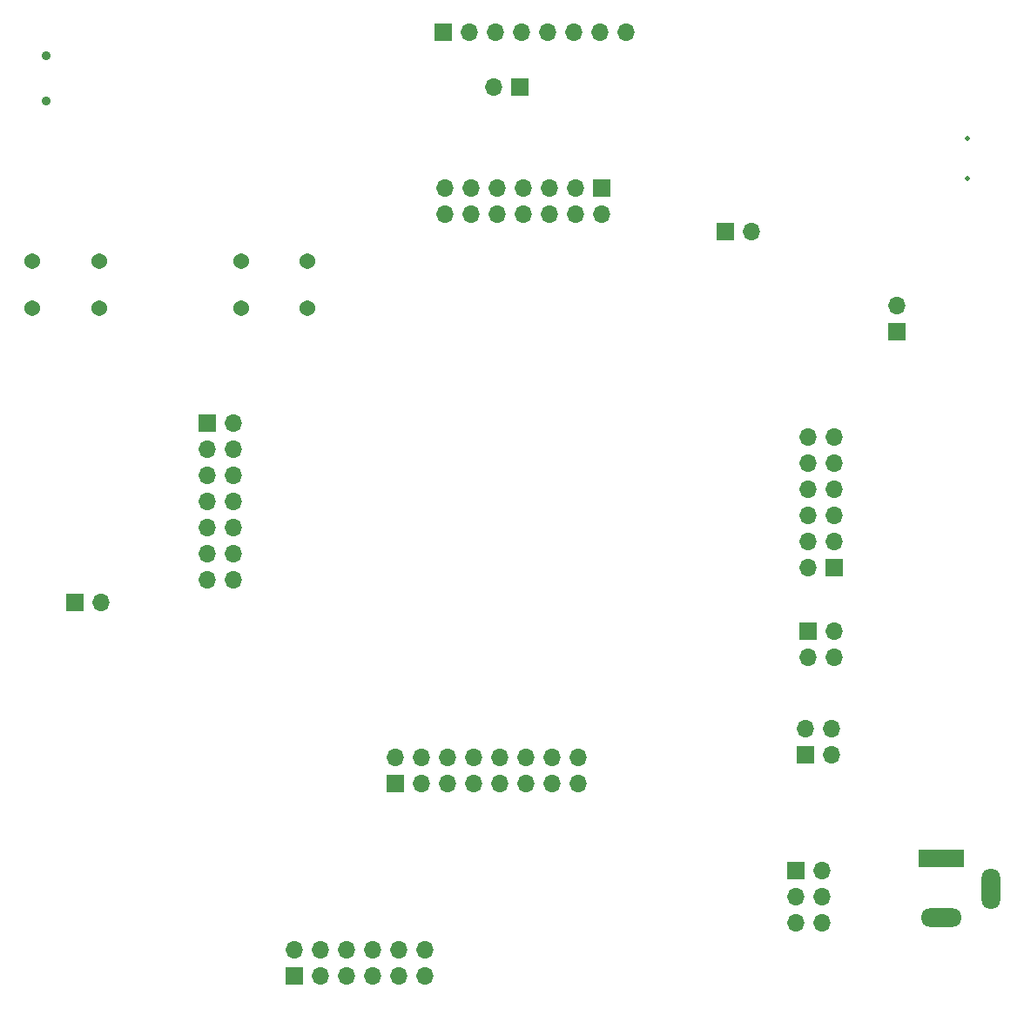
<source format=gbs>
G04 #@! TF.GenerationSoftware,KiCad,Pcbnew,(5.1.10)-1*
G04 #@! TF.CreationDate,2021-11-18T19:13:28-07:00*
G04 #@! TF.ProjectId,ATSAME51Demo,41545341-4d45-4353-9144-656d6f2e6b69,1.0*
G04 #@! TF.SameCoordinates,Original*
G04 #@! TF.FileFunction,Soldermask,Bot*
G04 #@! TF.FilePolarity,Negative*
%FSLAX46Y46*%
G04 Gerber Fmt 4.6, Leading zero omitted, Abs format (unit mm)*
G04 Created by KiCad (PCBNEW (5.1.10)-1) date 2021-11-18 19:13:28*
%MOMM*%
%LPD*%
G01*
G04 APERTURE LIST*
%ADD10O,1.700000X1.700000*%
%ADD11R,1.700000X1.700000*%
%ADD12C,0.500000*%
%ADD13C,1.540000*%
%ADD14C,0.900000*%
%ADD15R,4.400000X1.800000*%
%ADD16O,4.000000X1.800000*%
%ADD17O,1.800000X4.000000*%
G04 APERTURE END LIST*
D10*
X138100000Y-91560000D03*
D11*
X138100000Y-94100000D03*
D12*
X144975000Y-75265000D03*
X144975000Y-79225000D03*
D10*
X92164000Y-154234000D03*
X92164000Y-156774000D03*
X89624000Y-154234000D03*
X89624000Y-156774000D03*
X87084000Y-154234000D03*
X87084000Y-156774000D03*
X84544000Y-154234000D03*
X84544000Y-156774000D03*
X82004000Y-154234000D03*
X82004000Y-156774000D03*
X79464000Y-154234000D03*
D11*
X79464000Y-156774000D03*
D10*
X94185000Y-82690000D03*
X94185000Y-80150000D03*
X96725000Y-82690000D03*
X96725000Y-80150000D03*
X99265000Y-82690000D03*
X99265000Y-80150000D03*
X101805000Y-82690000D03*
X101805000Y-80150000D03*
X104345000Y-82690000D03*
X104345000Y-80150000D03*
X106885000Y-82690000D03*
X106885000Y-80150000D03*
X109425000Y-82690000D03*
D11*
X109425000Y-80150000D03*
D13*
X74310000Y-87270000D03*
X80810000Y-87270000D03*
X74310000Y-91770000D03*
X80810000Y-91770000D03*
X54025000Y-87270000D03*
X60525000Y-87270000D03*
X54025000Y-91770000D03*
X60525000Y-91770000D03*
D10*
X129460000Y-104300000D03*
X132000000Y-104300000D03*
X129460000Y-106840000D03*
X132000000Y-106840000D03*
X129460000Y-109380000D03*
X132000000Y-109380000D03*
X129460000Y-111920000D03*
X132000000Y-111920000D03*
X129460000Y-114460000D03*
X132000000Y-114460000D03*
X129460000Y-117000000D03*
D11*
X132000000Y-117000000D03*
D10*
X107080000Y-135460000D03*
X107080000Y-138000000D03*
X104540000Y-135460000D03*
X104540000Y-138000000D03*
X102000000Y-135460000D03*
X102000000Y-138000000D03*
X99460000Y-135460000D03*
X99460000Y-138000000D03*
X96920000Y-135460000D03*
X96920000Y-138000000D03*
X94380000Y-135460000D03*
X94380000Y-138000000D03*
X91840000Y-135460000D03*
X91840000Y-138000000D03*
X89300000Y-135460000D03*
D11*
X89300000Y-138000000D03*
D10*
X111780000Y-65000000D03*
X109240000Y-65000000D03*
X106700000Y-65000000D03*
X104160000Y-65000000D03*
X101620000Y-65000000D03*
X99080000Y-65000000D03*
X96540000Y-65000000D03*
D11*
X94000000Y-65000000D03*
D10*
X98890000Y-70310000D03*
D11*
X101430000Y-70310000D03*
D10*
X73540000Y-118240000D03*
X71000000Y-118240000D03*
X73540000Y-115700000D03*
X71000000Y-115700000D03*
X73540000Y-113160000D03*
X71000000Y-113160000D03*
X73540000Y-110620000D03*
X71000000Y-110620000D03*
X73540000Y-108080000D03*
X71000000Y-108080000D03*
X73540000Y-105540000D03*
X71000000Y-105540000D03*
X73540000Y-103000000D03*
D11*
X71000000Y-103000000D03*
D10*
X131700000Y-132740000D03*
X131700000Y-135280000D03*
X129160000Y-132740000D03*
D11*
X129160000Y-135280000D03*
D10*
X132000000Y-125770000D03*
X129460000Y-125770000D03*
X132000000Y-123230000D03*
D11*
X129460000Y-123230000D03*
D10*
X123914000Y-84384000D03*
D11*
X121374000Y-84384000D03*
D14*
X55350000Y-71650000D03*
X55350000Y-67250000D03*
D10*
X60668000Y-120452000D03*
D11*
X58128000Y-120452000D03*
D10*
X130800000Y-151610000D03*
X128260000Y-151610000D03*
X130800000Y-149070000D03*
X128260000Y-149070000D03*
X130800000Y-146530000D03*
D11*
X128260000Y-146530000D03*
D15*
X142425000Y-145300000D03*
D16*
X142425000Y-151100000D03*
D17*
X147225000Y-148300000D03*
M02*

</source>
